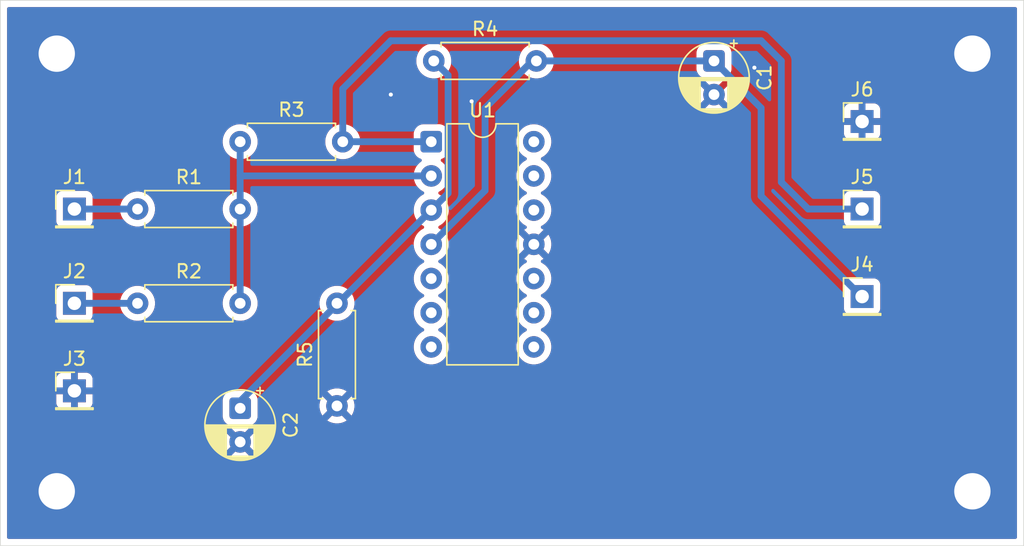
<source format=kicad_pcb>
(kicad_pcb (version 20241229) (generator "pcbnew") (generator_version "9.0")
  (layers (0 "F.Cu" signal) (2 "B.Cu" signal) (13 "F.Paste" user) (15 "B.Paste" user) (5 "F.SilkS" user "F.Silkscreen") (7 "B.SilkS" user "B.Silkscreen") (1 "F.Mask" user) (3 "B.Mask" user) (25 "Edge.Cuts" user))
  (net 0 "")
  (net 1 "0")
  (net 2 "V+")
  (net 3 "Net-(U1A-+)")
  (net 4 "Net-(U1A--)")
  (net 5 "Net-(J1-Pin_1)")
  (net 6 "Net-(J2-Pin_1)")
  (net 7 "Net-(J5-Pin_1)")
  (footprint "Connector_PinHeader_2.54mm:PinHeader_1x01_P2.54mm_Vertical" (layer "F.Cu") (at 71.5 87.5)
    (property "Reference" "J2" (at 0 -2.38 0) (layer "F.SilkS"))
    (property "Value" "Conn_01x01")
    (fp_line (start -1.38 -1.38) (end 0 -1.38) (stroke (width 0.12)) (layer "F.SilkS"))
    (fp_line (start -1.38 0) (end -1.38 -1.38) (stroke (width 0.12)) (layer "F.SilkS"))
    (fp_line (start -1.38 1.27) (end -1.38 1.38) (stroke (width 0.12)) (layer "F.SilkS"))
    (fp_line (start -1.38 1.27) (end 1.38 1.27) (stroke (width 0.12)) (layer "F.SilkS"))
    (fp_line (start -1.38 1.38) (end 1.38 1.38) (stroke (width 0.12)) (layer "F.SilkS"))
    (fp_line (start 1.38 1.27) (end 1.38 1.38) (stroke (width 0.12)) (layer "F.SilkS"))
    (pad "1" thru_hole rect (at 0 0) (size 1.7 1.7) (drill 1) (layers "*.Cu" "*.Mask") (net 6 "Net-(J2-Pin_1)"))
  )
  (footprint "Resistor_THT:R_Axial_DIN0207_L6.3mm_D2.5mm_P7.62mm_Horizontal" (layer "F.Cu") (at 91 95.12 90)
    (property "Reference" "R5" (at 3.81 -2.37 90) (layer "F.SilkS"))
    (property "Value" "20k")
    (fp_line (start 7.08 -1.37) (end 7.08 -1.04) (stroke (width 0.12)) (layer "F.SilkS") (net 236348672))
    (fp_line (start 0.54 -1.37) (end 7.08 -1.37) (stroke (width 0.12)) (layer "F.SilkS") (net 236348672))
    (fp_line (start 0.54 -1.04) (end 0.54 -1.37) (stroke (width 0.12)) (layer "F.SilkS") (net 236348672))
    (fp_line (start 0.54 1.04) (end 0.54 1.37) (stroke (width 0.12)) (layer "F.SilkS") (net 236348672))
    (fp_line (start 7.08 1.37) (end 7.08 1.04) (stroke (width 0.12)) (layer "F.SilkS") (net 236348672))
    (fp_line (start 0.54 1.37) (end 7.08 1.37) (stroke (width 0.12)) (layer "F.SilkS") (net 236348672))
    (pad "1" thru_hole circle (at 0 0 90) (size 1.6 1.6) (drill 0.8) (layers "*.Cu" "*.Mask") (net 1 "0"))
    (pad "2" thru_hole circle (at 7.62 0 90) (size 1.6 1.6) (drill 0.8) (layers "*.Cu" "*.Mask") (net 3 "Net-(U1A-+)"))
  )
  (footprint "MountingHole:MountingHole_2.7mm_Pad" (layer "F.Cu") (at 138.19 68.96)
    (property "Reference" "REF2" (hide yes))
    (property "Value" "MountingHole_2.7mm_Pad" (hide yes))
    (pad "1" thru_hole circle (at 0 0) (size 5.4 5.4) (drill 2.7) (layers "*.Cu" "*.Mask") (net 1 "0"))
  )
  (footprint "Resistor_THT:R_Axial_DIN0207_L6.3mm_D2.5mm_P7.62mm_Horizontal" (layer "F.Cu") (at 98.19 69.5)
    (property "Reference" "R4" (at 3.81 -2.37 0) (layer "F.SilkS"))
    (property "Value" "20k")
    (fp_line (start 0.54 -1.37) (end 7.08 -1.37) (stroke (width 0.12)) (layer "F.SilkS") (net 236348672))
    (fp_line (start 0.54 -1.04) (end 0.54 -1.37) (stroke (width 0.12)) (layer "F.SilkS") (net 236348672))
    (fp_line (start 0.54 1.04) (end 0.54 1.37) (stroke (width 0.12)) (layer "F.SilkS") (net 236348672))
    (fp_line (start 0.54 1.37) (end 7.08 1.37) (stroke (width 0.12)) (layer "F.SilkS") (net 236348672))
    (fp_line (start 7.08 -1.37) (end 7.08 -1.04) (stroke (width 0.12)) (layer "F.SilkS") (net 236348672))
    (fp_line (start 7.08 1.37) (end 7.08 1.04) (stroke (width 0.12)) (layer "F.SilkS") (net 236348672))
    (pad "1" thru_hole circle (at 0 0) (size 1.6 1.6) (drill 0.8) (layers "*.Cu" "*.Mask") (net 3 "Net-(U1A-+)"))
    (pad "2" thru_hole circle (at 7.62 0) (size 1.6 1.6) (drill 0.8) (layers "*.Cu" "*.Mask") (net 2 "V+"))
  )
  (footprint "MountingHole:MountingHole_2.7mm_Pad" (layer "F.Cu") (at 138.19 101.46)
    (property "Reference" "REF3" (hide yes))
    (property "Value" "MountingHole_2.7mm_Pad" (hide yes))
    (pad "1" thru_hole roundrect (at 0 0) (size 5.4 5.4) (drill 2.7) (layers "*.Cu" "*.Mask") (net 1 "0"))
  )
  (footprint "MountingHole:MountingHole_2.7mm_Pad" (layer "F.Cu") (at 70.19 68.96)
    (property "Reference" "REF1" (hide yes))
    (property "Value" "MountingHole_2.7mm_Pad" (hide yes))
    (pad "1" thru_hole circle (at 0 0) (size 5.4 5.4) (drill 2.7) (layers "*.Cu" "*.Mask") (net 1 "0"))
  )
  (footprint "Package_DIP:DIP-14_W7.62mm" (layer "F.Cu") (at 98 75.5)
    (property "Reference" "U1" (at 3.81 -2.33 0) (layer "F.SilkS"))
    (property "Value" "LM324")
    (fp_line (start 1.16 -1.33) (end 1.16 16.57) (stroke (width 0.12)) (layer "F.SilkS") (net 236348672))
    (fp_line (start 1.16 16.57) (end 6.46 16.57) (stroke (width 0.12)) (layer "F.SilkS") (net 236348672))
    (fp_line (start 2.81 -1.33) (end 1.16 -1.33) (stroke (width 0.12)) (layer "F.SilkS") (net 236348672))
    (fp_line (start 6.46 -1.33) (end 4.81 -1.33) (stroke (width 0.12)) (layer "F.SilkS") (net 236348672))
    (fp_line (start 6.46 16.57) (end 6.46 -1.33) (stroke (width 0.12)) (layer "F.SilkS") (net 236348672))
    (fp_arc (start 4.81 -1.33) (mid 3.81 -0.33) (end 2.81 -1.33) (stroke (width 0.12)) (layer "F.SilkS") (net 236348672))
    (pad "1" thru_hole roundrect (at 0 0) (size 1.6 1.6) (drill 0.8) (layers "*.Cu" "*.Mask") (roundrect_rratio 0.15625) (net 7 "Net-(J5-Pin_1)"))
    (pad "2" thru_hole circle (at 0 2.54) (size 1.6 1.6) (drill 0.8) (layers "*.Cu" "*.Mask") (net 4 "Net-(U1A--)"))
    (pad "3" thru_hole circle (at 0 5.08) (size 1.6 1.6) (drill 0.8) (layers "*.Cu" "*.Mask") (net 3 "Net-(U1A-+)"))
    (pad "4" thru_hole circle (at 0 7.62) (size 1.6 1.6) (drill 0.8) (layers "*.Cu" "*.Mask") (net 2 "V+"))
    (pad "5" thru_hole circle (at 0 10.16) (size 1.6 1.6) (drill 0.8) (layers "*.Cu" "*.Mask"))
    (pad "6" thru_hole circle (at 0 12.7) (size 1.6 1.6) (drill 0.8) (layers "*.Cu" "*.Mask"))
    (pad "7" thru_hole circle (at 0 15.24) (size 1.6 1.6) (drill 0.8) (layers "*.Cu" "*.Mask"))
    (pad "8" thru_hole circle (at 7.62 15.24) (size 1.6 1.6) (drill 0.8) (layers "*.Cu" "*.Mask"))
    (pad "9" thru_hole circle (at 7.62 12.7) (size 1.6 1.6) (drill 0.8) (layers "*.Cu" "*.Mask"))
    (pad "10" thru_hole circle (at 7.62 10.16) (size 1.6 1.6) (drill 0.8) (layers "*.Cu" "*.Mask"))
    (pad "11" thru_hole circle (at 7.62 7.62) (size 1.6 1.6) (drill 0.8) (layers "*.Cu" "*.Mask") (net 1 "0"))
    (pad "12" thru_hole circle (at 7.62 5.08) (size 1.6 1.6) (drill 0.8) (layers "*.Cu" "*.Mask"))
    (pad "13" thru_hole circle (at 7.62 2.54) (size 1.6 1.6) (drill 0.8) (layers "*.Cu" "*.Mask"))
    (pad "14" thru_hole circle (at 7.62 0) (size 1.6 1.6) (drill 0.8) (layers "*.Cu" "*.Mask"))
  )
  (footprint "Connector_PinHeader_2.54mm:PinHeader_1x01_P2.54mm_Vertical" (layer "F.Cu") (at 130 74)
    (property "Reference" "J6" (at 0 -2.38 0) (layer "F.SilkS"))
    (property "Value" "Conn_01x01")
    (fp_line (start -1.38 -1.38) (end 0 -1.38) (stroke (width 0.12)) (layer "F.SilkS"))
    (fp_line (start -1.38 0) (end -1.38 -1.38) (stroke (width 0.12)) (layer "F.SilkS"))
    (fp_line (start -1.38 1.27) (end -1.38 1.38) (stroke (width 0.12)) (layer "F.SilkS"))
    (fp_line (start -1.38 1.27) (end 1.38 1.27) (stroke (width 0.12)) (layer "F.SilkS"))
    (fp_line (start -1.38 1.38) (end 1.38 1.38) (stroke (width 0.12)) (layer "F.SilkS"))
    (fp_line (start 1.38 1.27) (end 1.38 1.38) (stroke (width 0.12)) (layer "F.SilkS"))
    (pad "1" thru_hole rect (at 0 0) (size 1.7 1.7) (drill 1) (layers "*.Cu" "*.Mask") (net 1 "0"))
  )
  (footprint "Resistor_THT:R_Axial_DIN0207_L6.3mm_D2.5mm_P7.62mm_Horizontal" (layer "F.Cu") (at 76.19 80.5)
    (property "Reference" "R1" (at 3.81 -2.37 0) (layer "F.SilkS"))
    (property "Value" "10k")
    (fp_line (start 0.54 -1.37) (end 7.08 -1.37) (stroke (width 0.12)) (layer "F.SilkS") (net 236348672))
    (fp_line (start 0.54 -1.04) (end 0.54 -1.37) (stroke (width 0.12)) (layer "F.SilkS") (net 236348672))
    (fp_line (start 0.54 1.04) (end 0.54 1.37) (stroke (width 0.12)) (layer "F.SilkS") (net 236348672))
    (fp_line (start 0.54 1.37) (end 7.08 1.37) (stroke (width 0.12)) (layer "F.SilkS") (net 236348672))
    (fp_line (start 7.08 -1.37) (end 7.08 -1.04) (stroke (width 0.12)) (layer "F.SilkS") (net 236348672))
    (fp_line (start 7.08 1.37) (end 7.08 1.04) (stroke (width 0.12)) (layer "F.SilkS") (net 236348672))
    (pad "1" thru_hole circle (at 0 0) (size 1.6 1.6) (drill 0.8) (layers "*.Cu" "*.Mask") (net 5 "Net-(J1-Pin_1)"))
    (pad "2" thru_hole circle (at 7.62 0) (size 1.6 1.6) (drill 0.8) (layers "*.Cu" "*.Mask") (net 4 "Net-(U1A--)"))
  )
  (footprint "Capacitor_THT:CP_Radial_D5.0mm_P2.50mm" (layer "F.Cu") (at 83.81 95.294888 -90)
    (property "Reference" "C2" (at 1.25 -3.75 90) (layer "F.SilkS"))
    (property "Value" "10u")
    (fp_line (start 1.49 1.04) (end 1.49 2.569) (stroke (width 0.12)) (layer "F.SilkS") (net 236348672))
    (fp_line (start 1.53 1.04) (end 1.53 2.565) (stroke (width 0.12)) (layer "F.SilkS") (net 236348672))
    (fp_line (start 1.57 1.04) (end 1.57 2.56) (stroke (width 0.12)) (layer "F.SilkS") (net 236348672))
    (fp_line (start 1.61 1.04) (end 1.61 2.555) (stroke (width 0.12)) (layer "F.SilkS") (net 236348672))
    (fp_line (start 1.65 1.04) (end 1.65 2.549) (stroke (width 0.12)) (layer "F.SilkS") (net 236348672))
    (fp_line (start 1.69 1.04) (end 1.69 2.543) (stroke (width 0.12)) (layer "F.SilkS") (net 236348672))
    (fp_line (start 1.73 1.04) (end 1.73 2.536) (stroke (width 0.12)) (layer "F.SilkS") (net 236348672))
    (fp_line (start 1.77 1.04) (end 1.77 2.528) (stroke (width 0.12)) (layer "F.SilkS") (net 236348672))
    (fp_line (start 1.81 1.04) (end 1.81 2.519) (stroke (width 0.12)) (layer "F.SilkS") (net 236348672))
    (fp_line (start 1.85 1.04) (end 1.85 2.51) (stroke (width 0.12)) (layer "F.SilkS") (net 236348672))
    (fp_line (start 1.89 1.04) (end 1.89 2.501) (stroke (width 0.12)) (layer "F.SilkS") (net 236348672))
    (fp_line (start 1.93 1.04) (end 1.93 2.49) (stroke (width 0.12)) (layer "F.SilkS") (net 236348672))
    (fp_line (start 1.97 1.04) (end 1.97 2.479) (stroke (width 0.12)) (layer "F.SilkS") (net 236348672))
    (fp_line (start 2.01 1.04) (end 2.01 2.467) (stroke (width 0.12)) (layer "F.SilkS") (net 236348672))
    (fp_line (start 2.05 1.04) (end 2.05 2.455) (stroke (width 0.12)) (layer "F.SilkS") (net 236348672))
    (fp_line (start 2.09 1.04) (end 2.09 2.442) (stroke (width 0.12)) (layer "F.SilkS") (net 236348672))
    (fp_line (start 2.13 1.04) (end 2.13 2.428) (stroke (width 0.12)) (layer "F.SilkS") (net 236348672))
    (fp_line (start 2.17 1.04) (end 2.17 2.413) (stroke (width 0.12)) (layer "F.SilkS") (net 236348672))
    (fp_line (start 2.21 1.04) (end 2.21 2.398) (stroke (width 0.12)) (layer "F.SilkS") (net 236348672))
    (fp_line (start 2.25 1.04) (end 2.25 2.382) (stroke (width 0.12)) (layer "F.SilkS") (net 236348672))
    (fp_line (start 2.29 1.04) (end 2.29 2.365) (stroke (width 0.12)) (layer "F.SilkS") (net 236348672))
    (fp_line (start 2.33 1.04) (end 2.33 2.347) (stroke (width 0.12)) (layer "F.SilkS") (net 236348672))
    (fp_line (start 2.37 1.04) (end 2.37 2.329) (stroke (width 0.12)) (layer "F.SilkS") (net 236348672))
    (fp_line (start 2.41 1.04) (end 2.41 2.309) (stroke (width 0.12)) (layer "F.SilkS") (net 236348672))
    (fp_line (start 2.45 1.04) (end 2.45 2.289) (stroke (width 0.12)) (layer "F.SilkS") (net 236348672))
    (fp_line (start 2.49 1.04) (end 2.49 2.268) (stroke (width 0.12)) (layer "F.SilkS") (net 236348672))
    (fp_line (start 2.53 1.04) (end 2.53 2.246) (stroke (width 0.12)) (layer "F.SilkS") (net 236348672))
    (fp_line (start 2.57 1.04) (end 2.57 2.223) (stroke (width 0.12)) (layer "F.SilkS") (net 236348672))
    (fp_line (start 2.61 1.04) (end 2.61 2.199) (stroke (width 0.12)) (layer "F.SilkS") (net 236348672))
    (fp_line (start 2.65 1.04) (end 2.65 2.175) (stroke (width 0.12)) (layer "F.SilkS") (net 236348672))
    (fp_line (start 2.69 1.04) (end 2.69 2.149) (stroke (width 0.12)) (layer "F.SilkS") (net 236348672))
    (fp_line (start 2.73 1.04) (end 2.73 2.122) (stroke (width 0.12)) (layer "F.SilkS") (net 236348672))
    (fp_line (start 2.77 1.04) (end 2.77 2.094) (stroke (width 0.12)) (layer "F.SilkS") (net 236348672))
    (fp_line (start 2.81 1.04) (end 2.81 2.065) (stroke (width 0.12)) (layer "F.SilkS") (net 236348672))
    (fp_line (start 2.85 1.04) (end 2.85 2.035) (stroke (width 0.12)) (layer "F.SilkS") (net 236348672))
    (fp_line (start 2.89 1.04) (end 2.89 2.003) (stroke (width 0.12)) (layer "F.SilkS") (net 236348672))
    (fp_line (start 2.93 1.04) (end 2.93 1.97) (stroke (width 0.12)) (layer "F.SilkS") (net 236348672))
    (fp_line (start 2.97 1.04) (end 2.97 1.936) (stroke (width 0.12)) (layer "F.SilkS") (net 236348672))
    (fp_line (start 3.01 1.04) (end 3.01 1.901) (stroke (width 0.12)) (layer "F.SilkS") (net 236348672))
    (fp_line (start 3.05 1.04) (end 3.05 1.864) (stroke (width 0.12)) (layer "F.SilkS") (net 236348672))
    (fp_line (start 3.09 1.04) (end 3.09 1.825) (stroke (width 0.12)) (layer "F.SilkS") (net 236348672))
    (fp_line (start 3.13 1.04) (end 3.13 1.785) (stroke (width 0.12)) (layer "F.SilkS") (net 236348672))
    (fp_line (start 3.17 1.04) (end 3.17 1.743) (stroke (width 0.12)) (layer "F.SilkS") (net 236348672))
    (fp_line (start 3.21 1.04) (end 3.21 1.699) (stroke (width 0.12)) (layer "F.SilkS") (net 236348672))
    (fp_line (start 3.25 1.04) (end 3.25 1.652) (stroke (width 0.12)) (layer "F.SilkS") (net 236348672))
    (fp_line (start 3.29 1.04) (end 3.29 1.604) (stroke (width 0.12)) (layer "F.SilkS") (net 236348672))
    (fp_line (start 3.33 1.04) (end 3.33 1.553) (stroke (width 0.12)) (layer "F.SilkS") (net 236348672))
    (fp_line (start 3.37 1.04) (end 3.37 1.499) (stroke (width 0.12)) (layer "F.SilkS") (net 236348672))
    (fp_line (start 3.41 1.04) (end 3.41 1.443) (stroke (width 0.12)) (layer "F.SilkS") (net 236348672))
    (fp_line (start 3.45 1.04) (end 3.45 1.383) (stroke (width 0.12)) (layer "F.SilkS") (net 236348672))
    (fp_line (start 3.49 1.04) (end 3.49 1.319) (stroke (width 0.12)) (layer "F.SilkS") (net 236348672))
    (fp_line (start 3.53 1.04) (end 3.53 1.251) (stroke (width 0.12)) (layer "F.SilkS") (net 236348672))
    (fp_line (start 3.85 -0.283) (end 3.85 0.283) (stroke (width 0.12)) (layer "F.SilkS") (net 236348672))
    (fp_line (start 3.81 -0.517) (end 3.81 0.517) (stroke (width 0.12)) (layer "F.SilkS") (net 236348672))
    (fp_line (start 3.77 -0.677) (end 3.77 0.677) (stroke (width 0.12)) (layer "F.SilkS") (net 236348672))
    (fp_line (start 3.73 -0.805) (end 3.73 0.805) (stroke (width 0.12)) (layer "F.SilkS") (net 236348672))
    (fp_line (start 3.69 -0.914) (end 3.69 0.914) (stroke (width 0.12)) (layer "F.SilkS") (net 236348672))
    (fp_line (start 3.65 -1.011) (end 3.65 1.011) (stroke (width 0.12)) (layer "F.SilkS") (net 236348672))
    (fp_line (start 3.61 -1.098) (end 3.61 1.098) (stroke (width 0.12)) (layer "F.SilkS") (net 236348672))
    (fp_line (start 3.57 -1.177) (end 3.57 1.177) (stroke (width 0.12)) (layer "F.SilkS") (net 236348672))
    (fp_line (start 3.53 -1.251) (end 3.53 -1.04) (stroke (width 0.12)) (layer "F.SilkS") (net 236348672))
    (fp_line (start 3.49 -1.319) (end 3.49 -1.04) (stroke (width 0.12)) (layer "F.SilkS") (net 236348672))
    (fp_line (start 3.45 -1.383) (end 3.45 -1.04) (stroke (width 0.12)) (layer "F.SilkS") (net 236348672))
    (fp_line (start 3.41 -1.443) (end 3.41 -1.04) (stroke (width 0.12)) (layer "F.SilkS") (net 236348672))
    (fp_line (start -1.554775 -1.475) (end -1.054775 -1.475) (stroke (width 0.12)) (layer "F.SilkS") (net 236348672))
    (fp_line (start 3.37 -1.499) (end 3.37 -1.04) (stroke (width 0.12)) (layer "F.SilkS") (net 236348672))
    (fp_line (start 3.33 -1.553) (end 3.33 -1.04) (stroke (width 0.12)) (layer "F.SilkS") (net 236348672))
    (fp_line (start 3.29 -1.604) (end 3.29 -1.04) (stroke (width 0.12)) (layer "F.SilkS") (net 236348672))
    (fp_line (start 3.25 -1.652) (end 3.25 -1.04) (stroke (width 0.12)) (layer "F.SilkS") (net 236348672))
    (fp_line (start 3.21 -1.699) (end 3.21 -1.04) (stroke (width 0.12)) (layer "F.SilkS") (net 236348672))
    (fp_line (start -1.304775 -1.725) (end -1.304775 -1.225) (stroke (width 0.12)) (layer "F.SilkS") (net 236348672))
    (fp_line (start 3.17 -1.743) (end 3.17 -1.04) (stroke (width 0.12)) (layer "F.SilkS") (net 236348672))
    (fp_line (start 3.13 -1.785) (end 3.13 -1.04) (stroke (width 0.12)) (layer "F.SilkS") (net 236348672))
    (fp_line (start 3.09 -1.825) (end 3.09 -1.04) (stroke (width 0.12)) (layer "F.SilkS") (net 236348672))
    (fp_line (start 3.05 -1.864) (end 3.05 -1.04) (stroke (width 0.12)) (layer "F.SilkS") (net 236348672))
    (fp_line (start 3.01 -1.901) (end 3.01 -1.04) (stroke (width 0.12)) (layer "F.SilkS") (net 236348672))
    (fp_line (start 2.97 -1.936) (end 2.97 -1.04) (stroke (width 0.12)) (layer "F.SilkS") (net 236348672))
    (fp_line (start 2.93 -1.97) (end 2.93 -1.04) (stroke (width 0.12)) (layer "F.SilkS") (net 236348672))
    (fp_line (start 2.89 -2.003) (end 2.89 -1.04) (stroke (width 0.12)) (layer "F.SilkS") (net 236348672))
    (fp_line (start 2.85 -2.035) (end 2.85 -1.04) (stroke (width 0.12)) (layer "F.SilkS") (net 236348672))
    (fp_line (start 2.81 -2.065) (end 2.81 -1.04) (stroke (width 0.12)) (layer "F.SilkS") (net 236348672))
    (fp_line (start 2.77 -2.094) (end 2.77 -1.04) (stroke (width 0.12)) (layer "F.SilkS") (net 236348672))
    (fp_line (start 2.73 -2.122) (end 2.73 -1.04) (stroke (width 0.12)) (layer "F.SilkS") (net 236348672))
    (fp_line (start 2.69 -2.149) (end 2.69 -1.04) (stroke (width 0.12)) (layer "F.SilkS") (net 236348672))
    (fp_line (start 2.65 -2.175) (end 2.65 -1.04) (stroke (width 0.12)) (layer "F.SilkS") (net 236348672))
    (fp_line (start 2.61 -2.199) (end 2.61 -1.04) (stroke (width 0.12)) (layer "F.SilkS") (net 236348672))
    (fp_line (start 2.57 -2.223) (end 2.57 -1.04) (stroke (width 0.12)) (layer "F.SilkS") (net 236348672))
    (fp_line (start 2.53 -2.246) (end 2.53 -1.04) (stroke (width 0.12)) (layer "F.SilkS") (net 236348672))
    (fp_line (start 2.49 -2.268) (end 2.49 -1.04) (stroke (width 0.12)) (layer "F.SilkS") (net 236348672))
    (fp_line (start 2.45 -2.289) (end 2.45 -1.04) (stroke (width 0.12)) (layer "F.SilkS") (net 236348672))
    (fp_line (start 2.41 -2.309) (end 2.41 -1.04) (stroke (width 0.12)) (layer "F.SilkS") (net 236348672))
    (fp_line (start 2.37 -2.329) (end 2.37 -1.04) (stroke (width 0.12)) (layer "F.SilkS") (net 236348672))
    (fp_line (start 2.33 -2.347) (end 2.33 -1.04) (stroke (width 0.12)) (layer "F.SilkS") (net 236348672))
    (fp_line (start 2.29 -2.365) (end 2.29 -1.04) (stroke (width 0.12)) (layer "F.SilkS") (net 236348672))
    (fp_line (start 2.25 -2.382) (end 2.25 -1.04) (stroke (width 0.12)) (layer "F.SilkS") (net 236348672))
    (fp_line (start 2.21 -2.398) (end 2.21 -1.04) (stroke (width 0.12)) (layer "F.SilkS") (net 236348672))
    (fp_line (start 2.17 -2.413) (end 2.17 -1.04) (stroke (width 0.12)) (layer "F.SilkS") (net 236348672))
    (fp_line (start 2.13 -2.428) (end 2.13 -1.04) (stroke (width 0.12)) (layer "F.SilkS") (net 236348672))
    (fp_line (start 2.09 -2.442) (end 2.09 -1.04) (stroke (width 0.12)) (layer "F.SilkS") (net 236348672))
    (fp_line (start 2.05 -2.455) (end 2.05 -1.04) (stroke (width 0.12)) (layer "F.SilkS") (net 236348672))
    (fp_line (start 2.01 -2.467) (end 2.01 -1.04) (stroke (width 0.12)) (layer "F.SilkS") (net 236348672))
    (fp_line (start 1.97 -2.479) (end 1.97 -1.04) (stroke (width 0.12)) (layer "F.SilkS") (net 236348672))
    (fp_line (start 1.93 -2.49) (end 1.93 -1.04) (stroke (width 0.12)) (layer "F.SilkS") (net 236348672))
    (fp_line (start 1.89 -2.501) (end 1.89 -1.04) (stroke (width 0.12)) (layer "F.SilkS") (net 236348672))
    (fp_line (start 1.85 -2.51) (end 1.85 -1.04) (stroke (width 0.12)) (layer "F.SilkS") (net 236348672))
    (fp_line (start 1.81 -2.519) (end 1.81 -1.04) (stroke (width 0.12)) (layer "F.SilkS") (net 236348672))
    (fp_line (start 1.77 -2.528) (end 1.77 -1.04) (stroke (width 0.12)) (layer "F.SilkS") (net 236348672))
    (fp_line (start 1.73 -2.536) (end 1.73 -1.04) (stroke (width 0.12)) (layer "F.SilkS") (net 236348672))
    (fp_line (start 1.69 -2.543) (end 1.69 -1.04) (stroke (width 0.12)) (layer "F.SilkS") (net 236348672))
    (fp_line (start 1.65 -2.549) (end 1.65 -1.04) (stroke (width 0.12)) (layer "F.SilkS") (net 236348672))
    (fp_line (start 1.61 -2.555) (end 1.61 -1.04) (stroke (width 0.12)) (layer "F.SilkS") (net 236348672))
    (fp_line (start 1.57 -2.56) (end 1.57 -1.04) (stroke (width 0.12)) (layer "F.SilkS") (net 236348672))
    (fp_line (start 1.53 -2.565) (end 1.53 -1.04) (stroke (width 0.12)) (layer "F.SilkS") (net 236348672))
    (fp_line (start 1.49 -2.569) (end 1.49 -1.04) (stroke (width 0.12)) (layer "F.SilkS") (net 236348672))
    (fp_line (start 1.45 -2.572) (end 1.45 2.572) (stroke (width 0.12)) (layer "F.SilkS") (net 236348672))
    (fp_line (start 1.41 -2.575) (end 1.41 2.575) (stroke (width 0.12)) (layer "F.SilkS") (net 236348672))
    (fp_line (start 1.37 -2.577) (end 1.37 2.577) (stroke (width 0.12)) (layer "F.SilkS") (net 236348672))
    (fp_line (start 1.33 -2.579) (end 1.33 2.579) (stroke (width 0.12)) (layer "F.SilkS") (net 236348672))
    (fp_line (start 1.25 -2.58) (end 1.25 2.58) (stroke (width 0.12)) (layer "F.SilkS") (net 236348672))
    (fp_line (start 1.29 -2.58) (end 1.29 2.58) (stroke (width 0.12)) (layer "F.SilkS") (net 236348672))
    (fp_circle (center 1.25 0) (end 3.87 0) (stroke (width 0.12)) (fill no) (layer "F.SilkS") (net 236348672))
    (pad "1" thru_hole roundrect (at 0 0 270) (size 1.6 1.6) (drill 0.8) (layers "*.Cu" "*.Mask") (roundrect_rratio 0.15625) (net 3 "Net-(U1A-+)"))
    (pad "2" thru_hole circle (at 2.5 0 270) (size 1.6 1.6) (drill 0.8) (layers "*.Cu" "*.Mask") (net 1 "0"))
  )
  (footprint "Resistor_THT:R_Axial_DIN0207_L6.3mm_D2.5mm_P7.62mm_Horizontal" (layer "F.Cu") (at 76.19 87.5)
    (property "Reference" "R2" (at 3.81 -2.37 0) (layer "F.SilkS"))
    (property "Value" "30k")
    (fp_line (start 0.54 -1.37) (end 7.08 -1.37) (stroke (width 0.12)) (layer "F.SilkS") (net 236348672))
    (fp_line (start 0.54 -1.04) (end 0.54 -1.37) (stroke (width 0.12)) (layer "F.SilkS") (net 236348672))
    (fp_line (start 0.54 1.04) (end 0.54 1.37) (stroke (width 0.12)) (layer "F.SilkS") (net 236348672))
    (fp_line (start 0.54 1.37) (end 7.08 1.37) (stroke (width 0.12)) (layer "F.SilkS") (net 236348672))
    (fp_line (start 7.08 -1.37) (end 7.08 -1.04) (stroke (width 0.12)) (layer "F.SilkS") (net 236348672))
    (fp_line (start 7.08 1.37) (end 7.08 1.04) (stroke (width 0.12)) (layer "F.SilkS") (net 236348672))
    (pad "1" thru_hole circle (at 0 0) (size 1.6 1.6) (drill 0.8) (layers "*.Cu" "*.Mask") (net 6 "Net-(J2-Pin_1)"))
    (pad "2" thru_hole circle (at 7.62 0) (size 1.6 1.6) (drill 0.8) (layers "*.Cu" "*.Mask") (net 4 "Net-(U1A--)"))
  )
  (footprint "Connector_PinHeader_2.54mm:PinHeader_1x01_P2.54mm_Vertical" (layer "F.Cu") (at 130 87)
    (property "Reference" "J4" (at 0 -2.38 0) (layer "F.SilkS"))
    (property "Value" "Conn_01x01")
    (fp_line (start -1.38 -1.38) (end 0 -1.38) (stroke (width 0.12)) (layer "F.SilkS"))
    (fp_line (start -1.38 0) (end -1.38 -1.38) (stroke (width 0.12)) (layer "F.SilkS"))
    (fp_line (start -1.38 1.27) (end -1.38 1.38) (stroke (width 0.12)) (layer "F.SilkS"))
    (fp_line (start -1.38 1.27) (end 1.38 1.27) (stroke (width 0.12)) (layer "F.SilkS"))
    (fp_line (start -1.38 1.38) (end 1.38 1.38) (stroke (width 0.12)) (layer "F.SilkS"))
    (fp_line (start 1.38 1.27) (end 1.38 1.38) (stroke (width 0.12)) (layer "F.SilkS"))
    (pad "1" thru_hole rect (at 0 0) (size 1.7 1.7) (drill 1) (layers "*.Cu" "*.Mask") (net 2 "V+"))
  )
  (footprint "Connector_PinHeader_2.54mm:PinHeader_1x01_P2.54mm_Vertical" (layer "F.Cu") (at 71.5 94)
    (property "Reference" "J3" (at 0 -2.38 0) (layer "F.SilkS"))
    (property "Value" "Conn_01x01")
    (fp_line (start -1.38 -1.38) (end 0 -1.38) (stroke (width 0.12)) (layer "F.SilkS"))
    (fp_line (start -1.38 0) (end -1.38 -1.38) (stroke (width 0.12)) (layer "F.SilkS"))
    (fp_line (start -1.38 1.27) (end -1.38 1.38) (stroke (width 0.12)) (layer "F.SilkS"))
    (fp_line (start -1.38 1.27) (end 1.38 1.27) (stroke (width 0.12)) (layer "F.SilkS"))
    (fp_line (start -1.38 1.38) (end 1.38 1.38) (stroke (width 0.12)) (layer "F.SilkS"))
    (fp_line (start 1.38 1.27) (end 1.38 1.38) (stroke (width 0.12)) (layer "F.SilkS"))
    (pad "1" thru_hole rect (at 0 0) (size 1.7 1.7) (drill 1) (layers "*.Cu" "*.Mask") (net 1 "0"))
  )
  (footprint "Resistor_THT:R_Axial_DIN0207_L6.3mm_D2.5mm_P7.62mm_Horizontal" (layer "F.Cu") (at 83.81 75.5)
    (property "Reference" "R3" (at 3.81 -2.37 0) (layer "F.SilkS"))
    (property "Value" "30k")
    (fp_line (start 0.54 -1.37) (end 7.08 -1.37) (stroke (width 0.12)) (layer "F.SilkS") (net 236348672))
    (fp_line (start 0.54 -1.04) (end 0.54 -1.37) (stroke (width 0.12)) (layer "F.SilkS") (net 236348672))
    (fp_line (start 0.54 1.04) (end 0.54 1.37) (stroke (width 0.12)) (layer "F.SilkS") (net 236348672))
    (fp_line (start 0.54 1.37) (end 7.08 1.37) (stroke (width 0.12)) (layer "F.SilkS") (net 236348672))
    (fp_line (start 7.08 -1.37) (end 7.08 -1.04) (stroke (width 0.12)) (layer "F.SilkS") (net 236348672))
    (fp_line (start 7.08 1.37) (end 7.08 1.04) (stroke (width 0.12)) (layer "F.SilkS") (net 236348672))
    (pad "1" thru_hole circle (at 0 0) (size 1.6 1.6) (drill 0.8) (layers "*.Cu" "*.Mask") (net 4 "Net-(U1A--)"))
    (pad "2" thru_hole circle (at 7.62 0) (size 1.6 1.6) (drill 0.8) (layers "*.Cu" "*.Mask") (net 7 "Net-(J5-Pin_1)"))
  )
  (footprint "Connector_PinHeader_2.54mm:PinHeader_1x01_P2.54mm_Vertical" (layer "F.Cu") (at 71.5 80.5)
    (property "Reference" "J1" (at 0 -2.38 0) (layer "F.SilkS"))
    (property "Value" "Conn_01x01")
    (fp_line (start -1.38 -1.38) (end 0 -1.38) (stroke (width 0.12)) (layer "F.SilkS"))
    (fp_line (start -1.38 0) (end -1.38 -1.38) (stroke (width 0.12)) (layer "F.SilkS"))
    (fp_line (start -1.38 1.27) (end -1.38 1.38) (stroke (width 0.12)) (layer "F.SilkS"))
    (fp_line (start -1.38 1.27) (end 1.38 1.27) (stroke (width 0.12)) (layer "F.SilkS"))
    (fp_line (start -1.38 1.38) (end 1.38 1.38) (stroke (width 0.12)) (layer "F.SilkS"))
    (fp_line (start 1.38 1.27) (end 1.38 1.38) (stroke (width 0.12)) (layer "F.SilkS"))
    (pad "1" thru_hole rect (at 0 0) (size 1.7 1.7) (drill 1) (layers "*.Cu" "*.Mask") (net 5 "Net-(J1-Pin_1)"))
  )
  (footprint "MountingHole:MountingHole_2.7mm_Pad" (layer "F.Cu") (at 70.19 101.46)
    (property "Reference" "REF4" (hide yes))
    (property "Value" "MountingHole_2.7mm_Pad" (hide yes))
    (pad "1" thru_hole circle (at 0 0) (size 5.4 5.4) (drill 2.7) (layers "*.Cu" "*.Mask") (net 1 "0"))
  )
  (footprint "Capacitor_THT:CP_Radial_D5.0mm_P2.50mm" (layer "F.Cu") (at 119 69.5 -90)
    (property "Reference" "C1" (at 1.25 -3.75 90) (layer "F.SilkS"))
    (property "Value" "10u")
    (fp_line (start 1.49 1.04) (end 1.49 2.569) (stroke (width 0.12)) (layer "F.SilkS") (net 236348672))
    (fp_line (start 1.53 1.04) (end 1.53 2.565) (stroke (width 0.12)) (layer "F.SilkS") (net 236348672))
    (fp_line (start 1.57 1.04) (end 1.57 2.56) (stroke (width 0.12)) (layer "F.SilkS") (net 236348672))
    (fp_line (start 1.61 1.04) (end 1.61 2.555) (stroke (width 0.12)) (layer "F.SilkS") (net 236348672))
    (fp_line (start 1.65 1.04) (end 1.65 2.549) (stroke (width 0.12)) (layer "F.SilkS") (net 236348672))
    (fp_line (start 1.69 1.04) (end 1.69 2.543) (stroke (width 0.12)) (layer "F.SilkS") (net 236348672))
    (fp_line (start 1.73 1.04) (end 1.73 2.536) (stroke (width 0.12)) (layer "F.SilkS") (net 236348672))
    (fp_line (start 1.77 1.04) (end 1.77 2.528) (stroke (width 0.12)) (layer "F.SilkS") (net 236348672))
    (fp_line (start 1.81 1.04) (end 1.81 2.519) (stroke (width 0.12)) (layer "F.SilkS") (net 236348672))
    (fp_line (start 1.85 1.04) (end 1.85 2.51) (stroke (width 0.12)) (layer "F.SilkS") (net 236348672))
    (fp_line (start 1.89 1.04) (end 1.89 2.501) (stroke (width 0.12)) (layer "F.SilkS") (net 236348672))
    (fp_line (start 1.93 1.04) (end 1.93 2.49) (stroke (width 0.12)) (layer "F.SilkS") (net 236348672))
    (fp_line (start 1.97 1.04) (end 1.97 2.479) (stroke (width 0.12)) (layer "F.SilkS") (net 236348672))
    (fp_line (start 2.01 1.04) (end 2.01 2.467) (stroke (width 0.12)) (layer "F.SilkS") (net 236348672))
    (fp_line (start 2.05 1.04) (end 2.05 2.455) (stroke (width 0.12)) (layer "F.SilkS") (net 236348672))
    (fp_line (start 2.09 1.04) (end 2.09 2.442) (stroke (width 0.12)) (layer "F.SilkS") (net 236348672))
    (fp_line (start 2.13 1.04) (end 2.13 2.428) (stroke (width 0.12)) (layer "F.SilkS") (net 236348672))
    (fp_line (start 2.17 1.04) (end 2.17 2.413) (stroke (width 0.12)) (layer "F.SilkS") (net 236348672))
    (fp_line (start 2.21 1.04) (end 2.21 2.398) (stroke (width 0.12)) (layer "F.SilkS") (net 236348672))
    (fp_line (start 2.25 1.04) (end 2.25 2.382) (stroke (width 0.12)) (layer "F.SilkS") (net 236348672))
    (fp_line (start 2.29 1.04) (end 2.29 2.365) (stroke (width 0.12)) (layer "F.SilkS") (net 236348672))
    (fp_line (start 2.33 1.04) (end 2.33 2.347) (stroke (width 0.12)) (layer "F.SilkS") (net 236348672))
    (fp_line (start 2.37 1.04) (end 2.37 2.329) (stroke (width 0.12)) (layer "F.SilkS") (net 236348672))
    (fp_line (start 2.41 1.04) (end 2.41 2.309) (stroke (width 0.12)) (layer "F.SilkS") (net 236348672))
    (fp_line (start 2.45 1.04) (end 2.45 2.289) (stroke (width 0.12)) (layer "F.SilkS") (net 236348672))
    (fp_line (start 2.49 1.04) (end 2.49 2.268) (stroke (width 0.12)) (layer "F.SilkS") (net 236348672))
    (fp_line (start 2.53 1.04) (end 2.53 2.246) (stroke (width 0.12)) (layer "F.SilkS") (net 236348672))
    (fp_line (start 2.57 1.04) (end 2.57 2.223) (stroke (width 0.12)) (layer "F.SilkS") (net 236348672))
    (fp_line (start 2.61 1.04) (end 2.61 2.199) (stroke (width 0.12)) (layer "F.SilkS") (net 236348672))
    (fp_line (start 2.65 1.04) (end 2.65 2.175) (stroke (width 0.12)) (layer "F.SilkS") (net 236348672))
    (fp_line (start 2.69 1.04) (end 2.69 2.149) (stroke (width 0.12)) (layer "F.SilkS") (net 236348672))
    (fp_line (start 2.73 1.04) (end 2.73 2.122) (stroke (width 0.12)) (layer "F.SilkS") (net 236348672))
    (fp_line (start 2.77 1.04) (end 2.77 2.094) (stroke (width 0.12)) (layer "F.SilkS") (net 236348672))
    (fp_line (start 2.81 1.04) (end 2.81 2.065) (stroke (width 0.12)) (layer "F.SilkS") (net 236348672))
    (fp_line (start 2.85 1.04) (end 2.85 2.035) (stroke (width 0.12)) (layer "F.SilkS") (net 236348672))
    (fp_line (start 2.89 1.04) (end 2.89 2.003) (stroke (width 0.12)) (layer "F.SilkS") (net 236348672))
    (fp_line (start 2.93 1.04) (end 2.93 1.97) (stroke (width 0.12)) (layer "F.SilkS") (net 236348672))
    (fp_line (start 2.97 1.04) (end 2.97 1.936) (stroke (width 0.12)) (layer "F.SilkS") (net 236348672))
    (fp_line (start 3.01 1.04) (end 3.01 1.901) (stroke (width 0.12)) (layer "F.SilkS") (net 236348672))
    (fp_line (start 3.05 1.04) (end 3.05 1.864) (stroke (width 0.12)) (layer "F.SilkS") (net 236348672))
    (fp_line (start 3.09 1.04) (end 3.09 1.825) (stroke (width 0.12)) (layer "F.SilkS") (net 236348672))
    (fp_line (start 3.13 1.04) (end 3.13 1.785) (stroke (width 0.12)) (layer "F.SilkS") (net 236348672))
    (fp_line (start 3.17 1.04) (end 3.17 1.743) (stroke (width 0.12)) (layer "F.SilkS") (net 236348672))
    (fp_line (start 3.21 1.04) (end 3.21 1.699) (stroke (width 0.12)) (layer "F.SilkS") (net 236348672))
    (fp_line (start 3.25 1.04) (end 3.25 1.652) (stroke (width 0.12)) (layer "F.SilkS") (net 236348672))
    (fp_line (start 3.29 1.04) (end 3.29 1.604) (stroke (width 0.12)) (layer "F.SilkS") (net 236348672))
    (fp_line (start 3.33 1.04) (end 3.33 1.553) (stroke (width 0.12)) (layer "F.SilkS") (net 236348672))
    (fp_line (start 3.37 1.04) (end 3.37 1.499) (stroke (width 0.12)) (layer "F.SilkS") (net 236348672))
    (fp_line (start 3.41 1.04) (end 3.41 1.443) (stroke (width 0.12)) (layer "F.SilkS") (net 236348672))
    (fp_line (start 3.45 1.04) (end 3.45 1.383) (stroke (width 0.12)) (layer "F.SilkS") (net 236348672))
    (fp_line (start 3.49 1.04) (end 3.49 1.319) (stroke (width 0.12)) (layer "F.SilkS") (net 236348672))
    (fp_line (start 3.53 1.04) (end 3.53 1.251) (stroke (width 0.12)) (layer "F.SilkS") (net 236348672))
    (fp_line (start 3.85 -0.283) (end 3.85 0.283) (stroke (width 0.12)) (layer "F.SilkS") (net 236348672))
    (fp_line (start 3.81 -0.517) (end 3.81 0.517) (stroke (width 0.12)) (layer "F.SilkS") (net 236348672))
    (fp_line (start 3.77 -0.677) (end 3.77 0.677) (stroke (width 0.12)) (layer "F.SilkS") (net 236348672))
    (fp_line (start 3.73 -0.805) (end 3.73 0.805) (stroke (width 0.12)) (layer "F.SilkS") (net 236348672))
    (fp_line (start 3.69 -0.914) (end 3.69 0.914) (stroke (width 0.12)) (layer "F.SilkS") (net 236348672))
    (fp_line (start 3.65 -1.011) (end 3.65 1.011) (stroke (width 0.12)) (layer "F.SilkS") (net 236348672))
    (fp_line (start 3.61 -1.098) (end 3.61 1.098) (stroke (width 0.12)) (layer "F.SilkS") (net 236348672))
    (fp_line (start 3.57 -1.177) (end 3.57 1.177) (stroke (width 0.12)) (layer "F.SilkS") (net 236348672))
    (fp_line (start 3.53 -1.251) (end 3.53 -1.04) (stroke (width 0.12)) (layer "F.SilkS") (net 236348672))
    (fp_line (start 3.49 -1.319) (end 3.49 -1.04) (stroke (width 0.12)) (layer "F.SilkS") (net 236348672))
    (fp_line (start 3.45 -1.383) (end 3.45 -1.04) (stroke (width 0.12)) (layer "F.SilkS") (net 236348672))
    (fp_line (start 3.41 -1.443) (end 3.41 -1.04) (stroke (width 0.12)) (layer "F.SilkS") (net 236348672))
    (fp_line (start -1.554775 -1.475) (end -1.054775 -1.475) (stroke (width 0.12)) (layer "F.SilkS") (net 236348672))
    (fp_line (start 3.37 -1.499) (end 3.37 -1.04) (stroke (width 0.12)) (layer "F.SilkS") (net 236348672))
    (fp_line (start 3.33 -1.553) (end 3.33 -1.04) (stroke (width 0.12)) (layer "F.SilkS") (net 236348672))
    (fp_line (start 3.29 -1.604) (end 3.29 -1.04) (stroke (width 0.12)) (layer "F.SilkS") (net 236348672))
    (fp_line (start 3.25 -1.652) (end 3.25 -1.04) (stroke (width 0.12)) (layer "F.SilkS") (net 236348672))
    (fp_line (start 3.21 -1.699) (end 3.21 -1.04) (stroke (width 0.12)) (layer "F.SilkS") (net 236348672))
    (fp_line (start -1.304775 -1.725) (end -1.304775 -1.225) (stroke (width 0.12)) (layer "F.SilkS") (net 236348672))
    (fp_line (start 3.17 -1.743) (end 3.17 -1.04) (stroke (width 0.12)) (layer "F.SilkS") (net 236348672))
    (fp_line (start 3.13 -1.785) (end 3.13 -1.04) (stroke (width 0.12)) (layer "F.SilkS") (net 236348672))
    (fp_line (start 3.09 -1.825) (end 3.09 -1.04) (stroke (width 0.12)) (layer "F.SilkS") (net 236348672))
    (fp_line (start 3.05 -1.864) (end 3.05 -1.04) (stroke (width 0.12)) (layer "F.SilkS") (net 236348672))
    (fp_line (start 3.01 -1.901) (end 3.01 -1.04) (stroke (width 0.12)) (layer "F.SilkS") (net 236348672))
    (fp_line (start 2.97 -1.936) (end 2.97 -1.04) (stroke (width 0.12)) (layer "F.SilkS") (net 236348672))
    (fp_line (start 2.93 -1.97) (end 2.93 -1.04) (stroke (width 0.12)) (layer "F.SilkS") (net 236348672))
    (fp_line (start 2.89 -2.003) (end 2.89 -1.04) (stroke (width 0.12)) (layer "F.SilkS") (net 236348672))
    (fp_line (start 2.85 -2.035) (end 2.85 -1.04) (stroke (width 0.12)) (layer "F.SilkS") (net 236348672))
    (fp_line (start 2.81 -2.065) (end 2.81 -1.04) (stroke (width 0.12)) (layer "F.SilkS") (net 236348672))
    (fp_line (start 2.77 -2.094) (end 2.77 -1.04) (stroke (width 0.12)) (layer "F.SilkS") (net 236348672))
    (fp_line (start 2.73 -2.122) (end 2.73 -1.04) (stroke (width 0.12)) (layer "F.SilkS") (net 236348672))
    (fp_line (start 2.69 -2.149) (end 2.69 -1.04) (stroke (width 0.12)) (layer "F.SilkS") (net 236348672))
    (fp_line (start 2.65 -2.175) (end 2.65 -1.04) (stroke (width 0.12)) (layer "F.SilkS") (net 236348672))
    (fp_line (start 2.61 -2.199) (end 2.61 -1.04) (stroke (width 0.12)) (layer "F.SilkS") (net 236348672))
    (fp_line (start 2.57 -2.223) (end 2.57 -1.04) (stroke (width 0.12)) (layer "F.SilkS") (net 236348672))
    (fp_line (start 2.53 -2.246) (end 2.53 -1.04) (stroke (width 0.12)) (layer "F.SilkS") (net 236348672))
    (fp_line (start 2.49 -2.268) (end 2.49 -1.04) (stroke (width 0.12)) (layer "F.SilkS") (net 236348672))
    (fp_line (start 2.45 -2.289) (end 2.45 -1.04) (stroke (width 0.12)) (layer "F.SilkS") (net 236348672))
    (fp_line (start 2.41 -2.309) (end 2.41 -1.04) (stroke (width 0.12)) (layer "F.SilkS") (net 236348672))
    (fp_line (start 2.37 -2.329) (end 2.37 -1.04) (stroke (width 0.12)) (layer "F.SilkS") (net 236348672))
    (fp_line (start 2.33 -2.347) (end 2.33 -1.04) (stroke (width 0.12)) (layer "F.SilkS") (net 236348672))
    (fp_line (start 2.29 -2.365) (end 2.29 -1.04) (stroke (width 0.12)) (layer "F.SilkS") (net 236348672))
    (fp_line (start 2.25 -2.382) (end 2.25 -1.04) (stroke (width 0.12)) (layer "F.SilkS") (net 236348672))
    (fp_line (start 2.21 -2.398) (end 2.21 -1.04) (stroke (width 0.12)) (layer "F.SilkS") (net 236348672))
    (fp_line (start 2.17 -2.413) (end 2.17 -1.04) (stroke (width 0.12)) (layer "F.SilkS") (net 236348672))
    (fp_line (start 2.13 -2.428) (end 2.13 -1.04) (stroke (width 0.12)) (layer "F.SilkS") (net 236348672))
    (fp_line (start 2.09 -2.442) (end 2.09 -1.04) (stroke (width 0.12)) (layer "F.SilkS") (net 236348672))
    (fp_line (start 2.05 -2.455) (end 2.05 -1.04) (stroke (width 0.12)) (layer "F.SilkS") (net 236348672))
    (fp_line (start 2.01 -2.467) (end 2.01 -1.04) (stroke (width 0.12)) (layer "F.SilkS") (net 236348672))
    (fp_line (start 1.97 -2.479) (end 1.97 -1.04) (stroke (width 0.12)) (layer "F.SilkS") (net 236348672))
    (fp_line (start 1.93 -2.49) (end 1.93 -1.04) (stroke (width 0.12)) (layer "F.SilkS") (net 236348672))
    (fp_line (start 1.89 -2.501) (end 1.89 -1.04) (stroke (width 0.12)) (layer "F.SilkS") (net 236348672))
    (fp_line (start 1.85 -2.51) (end 1.85 -1.04) (stroke (width 0.12)) (layer "F.SilkS") (net 236348672))
    (fp_line (start 1.81 -2.519) (end 1.81 -1.04) (stroke (width 0.12)) (layer "F.SilkS") (net 236348672))
    (fp_line (start 1.77 -2.528) (end 1.77 -1.04) (stroke (width 0.12)) (layer "F.SilkS") (net 236348672))
    (fp_line (start 1.73 -2.536) (end 1.73 -1.04) (stroke (width 0.12)) (layer "F.SilkS") (net 236348672))
    (fp_line (start 1.69 -2.543) (end 1.69 -1.04) (stroke (width 0.12)) (layer "F.SilkS") (net 236348672))
    (fp_line (start 1.65 -2.549) (end 1.65 -1.04) (stroke (width 0.12)) (layer "F.SilkS") (net 236348672))
    (fp_line (start 1.61 -2.555) (end 1.61 -1.04) (stroke (width 0.12)) (layer "F.SilkS") (net 236348672))
    (fp_line (start 1.57 -2.56) (end 1.57 -1.04) (stroke (width 0.12)) (layer "F.SilkS") (net 236348672))
    (fp_line (start 1.53 -2.565) (end 1.53 -1.04) (stroke (width 0.12)) (layer "F.SilkS") (net 236348672))
    (fp_line (start 1.49 -2.569) (end 1.49 -1.04) (stroke (width 0.12)) (layer "F.SilkS") (net 236348672))
    (fp_line (start 1.45 -2.572) (end 1.45 2.572) (stroke (width 0.12)) (layer "F.SilkS") (net 236348672))
    (fp_line (start 1.41 -2.575) (end 1.41 2.575) (stroke (width 0.12)) (layer "F.SilkS") (net 236348672))
    (fp_line (start 1.37 -2.577) (end 1.37 2.577) (stroke (width 0.12)) (layer "F.SilkS") (net 236348672))
    (fp_line (start 1.33 -2.579) (end 1.33 2.579) (stroke (width 0.12)) (layer "F.SilkS") (net 236348672))
    (fp_line (start 1.25 -2.58) (end 1.25 2.58) (stroke (width 0.12)) (layer "F.SilkS") (net 236348672))
    (fp_line (start 1.29 -2.58) (end 1.29 2.58) (stroke (width 0.12)) (layer "F.SilkS") (net 236348672))
    (fp_circle (center 1.25 0) (end 3.87 0) (stroke (width 0.12)) (fill no) (layer "F.SilkS") (net 236348672))
    (pad "1" thru_hole roundrect (at 0 0 270) (size 1.6 1.6) (drill 0.8) (layers "*.Cu" "*.Mask") (roundrect_rratio 0.15625) (net 2 "V+"))
    (pad "2" thru_hole circle (at 2.5 0 270) (size 1.6 1.6) (drill 0.8) (layers "*.Cu" "*.Mask") (net 1 "0"))
  )
  (footprint "Connector_PinHeader_2.54mm:PinHeader_1x01_P2.54mm_Vertical" (layer "F.Cu") (at 130 80.5)
    (property "Reference" "J5" (at 0 -2.38 0) (layer "F.SilkS"))
    (property "Value" "Conn_01x01")
    (fp_line (start -1.38 -1.38) (end 0 -1.38) (stroke (width 0.12)) (layer "F.SilkS"))
    (fp_line (start -1.38 0) (end -1.38 -1.38) (stroke (width 0.12)) (layer "F.SilkS"))
    (fp_line (start -1.38 1.27) (end -1.38 1.38) (stroke (width 0.12)) (layer "F.SilkS"))
    (fp_line (start -1.38 1.27) (end 1.38 1.27) (stroke (width 0.12)) (layer "F.SilkS"))
    (fp_line (start -1.38 1.38) (end 1.38 1.38) (stroke (width 0.12)) (layer "F.SilkS"))
    (fp_line (start 1.38 1.27) (end 1.38 1.38) (stroke (width 0.12)) (layer "F.SilkS"))
    (pad "1" thru_hole rect (at 0 0) (size 1.7 1.7) (drill 1) (layers "*.Cu" "*.Mask") (net 7 "Net-(J5-Pin_1)"))
  )
  (gr_rect (start 66 65) (end 142 105.5) (stroke (width 0.05)) (fill no) (layer "Edge.Cuts"))
  (via (at 95 72) (size 0.6) (drill 0.3) (layers "F.Cu" "B.Cu") (net 1))
  (via (at 122 70) (size 0.6) (drill 0.3) (layers "F.Cu" "B.Cu") (net 1))
  (via (at 101 72.5) (size 0.6) (drill 0.3) (layers "F.Cu" "B.Cu") (net 1))
  (segment (start 119 69.5) (end 122.5 73) (width 0.508) (layer "B.Cu") (net 2))
  (segment (start 122.5 79.54) (end 130 87.04) (width 0.508) (layer "B.Cu") (net 2))
  (segment (start 102 79.12) (end 102 73) (width 0.508) (layer "B.Cu") (net 2))
  (segment (start 98 83.12) (end 102 79.12) (width 0.508) (layer "B.Cu") (net 2))
  (segment (start 122.5 73) (end 122.5 79.54) (width 0.508) (layer "B.Cu") (net 2))
  (segment (start 102 73) (end 105.5 69.5) (width 0.508) (layer "B.Cu") (net 2))
  (segment (start 105.81 69.5) (end 119 69.5) (width 0.508) (layer "B.Cu") (net 2))
  (segment (start 105.5 69.5) (end 105.81 69.5) (width 0.508) (layer "B.Cu") (net 2))
  (segment (start 83.5 95.08) (end 98 80.58) (width 0.508) (layer "B.Cu") (net 3))
  (segment (start 99.255 70.565) (end 99.255 79.325) (width 0.508) (layer "B.Cu") (net 3))
  (segment (start 98.19 69.5) (end 99.255 70.565) (width 0.508) (layer "B.Cu") (net 3))
  (segment (start 99.255 79.325) (end 98 80.58) (width 0.508) (layer "B.Cu") (net 3))
  (segment (start 83.5 95.294888) (end 83.5 95.08) (width 0.508) (layer "B.Cu") (net 3))
  (segment (start 83.81 75.5) (end 83.81 87.5) (width 0.508) (layer "B.Cu") (net 4))
  (segment (start 83.85 78.04) (end 83.81 78) (width 0.508) (layer "B.Cu") (net 4))
  (segment (start 98 78.04) (end 83.85 78.04) (width 0.508) (layer "B.Cu") (net 4))
  (segment (start 71.5 80.5) (end 76.19 80.5) (width 0.508) (layer "B.Cu") (net 5))
  (segment (start 71.5 87.5) (end 76.19 87.5) (width 0.508) (layer "B.Cu") (net 6))
  (segment (start 124 78.5) (end 124 69.5) (width 0.508) (layer "B.Cu") (net 7))
  (segment (start 95 68) (end 91.43 71.57) (width 0.508) (layer "B.Cu") (net 7))
  (segment (start 91.43 75.5) (end 98 75.5) (width 0.508) (layer "B.Cu") (net 7))
  (segment (start 130 80.5) (end 126 80.5) (width 0.508) (layer "B.Cu") (net 7))
  (segment (start 124 69.5) (end 122.5 68) (width 0.508) (layer "B.Cu") (net 7))
  (segment (start 126 80.5) (end 124 78.5) (width 0.508) (layer "B.Cu") (net 7))
  (segment (start 122.5 68) (end 95 68) (width 0.508) (layer "B.Cu") (net 7))
  (segment (start 91.43 71.57) (end 91.43 75.5) (width 0.508) (layer "B.Cu") (net 7))
  (zone (net 1) (net_name "0") (layers "F.Cu" "B.Cu") (connect_pads (clearance 0.5)) (min_thickness 0.25) (fill yes (thermal_gap 0.5) (thermal_bridge_width 0.5))
    (polygon (pts (xy 66 65) (xy 66 105.5) (xy 142 105.5) (xy 142 65)))
  )
)
</source>
